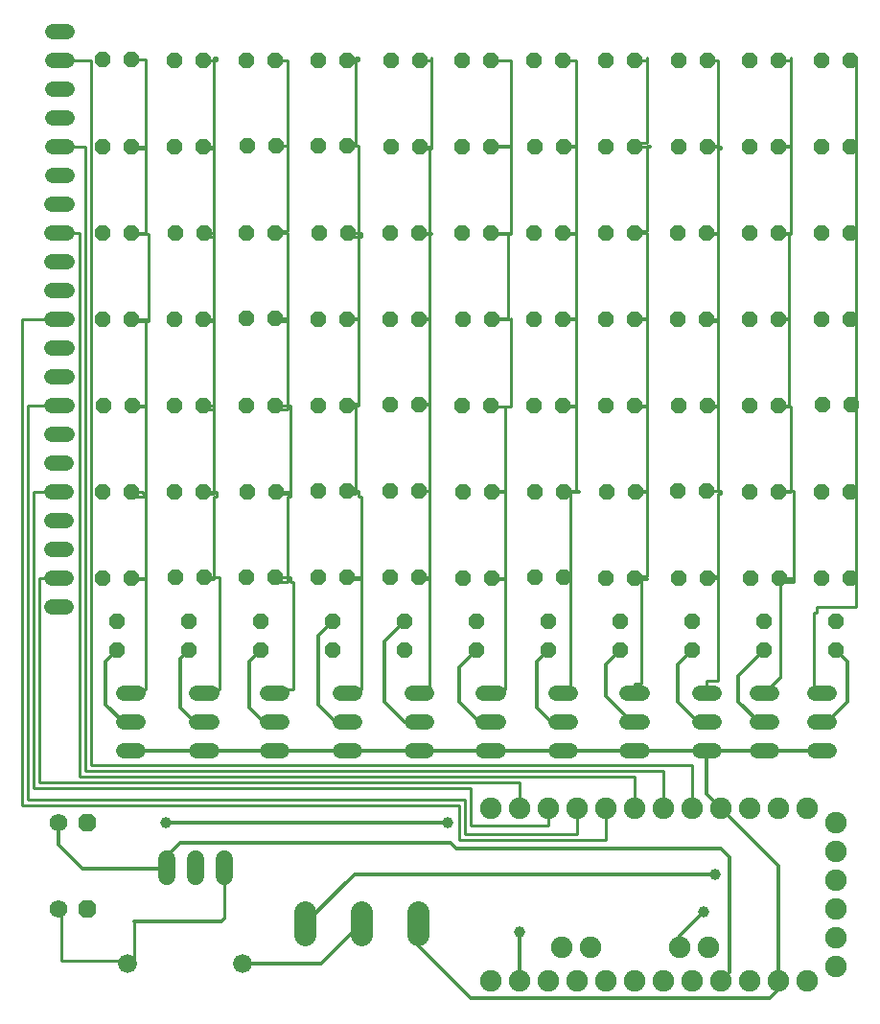
<source format=gbl>
G75*
G70*
%OFA0B0*%
%FSLAX24Y24*%
%IPPOS*%
%LPD*%
%AMOC8*
5,1,8,0,0,1.08239X$1,22.5*
%
%ADD10OC8,0.0520*%
%ADD11C,0.0520*%
%ADD12C,0.0748*%
%ADD13C,0.0600*%
%ADD14OC8,0.0620*%
%ADD15C,0.0620*%
%ADD16C,0.0660*%
%ADD17C,0.0780*%
%ADD18C,0.0100*%
%ADD19C,0.0120*%
%ADD20C,0.0396*%
D10*
X003997Y012680D03*
X003997Y013680D03*
X004493Y015173D03*
X003493Y015173D03*
X006003Y015193D03*
X007003Y015193D03*
X006497Y013680D03*
X006497Y012680D03*
X008997Y012680D03*
X008997Y013680D03*
X008497Y015195D03*
X009497Y015195D03*
X010997Y015190D03*
X011997Y015190D03*
X013487Y015190D03*
X014487Y015190D03*
X013997Y013680D03*
X013997Y012680D03*
X016007Y015185D03*
X017007Y015185D03*
X016497Y013680D03*
X016497Y012680D03*
X018997Y012680D03*
X018997Y013680D03*
X018512Y015190D03*
X019512Y015190D03*
X020992Y015180D03*
X021992Y015180D03*
X023527Y015175D03*
X024527Y015175D03*
X023997Y013680D03*
X023997Y012680D03*
X026007Y015170D03*
X027007Y015170D03*
X026497Y013680D03*
X026497Y012680D03*
X028997Y012680D03*
X028997Y013680D03*
X029487Y015175D03*
X028487Y015175D03*
X028497Y018180D03*
X029497Y018180D03*
X026997Y018180D03*
X025997Y018180D03*
X024492Y018195D03*
X023492Y018195D03*
X022007Y018185D03*
X021007Y018185D03*
X019502Y018180D03*
X018502Y018180D03*
X017002Y018175D03*
X016002Y018175D03*
X014497Y018210D03*
X013497Y018210D03*
X011992Y018195D03*
X010992Y018195D03*
X009502Y018185D03*
X008502Y018185D03*
X006991Y018165D03*
X005991Y018165D03*
X004501Y018175D03*
X003501Y018175D03*
X003504Y021182D03*
X004504Y021182D03*
X005999Y021177D03*
X006999Y021177D03*
X008487Y021175D03*
X009487Y021175D03*
X010992Y021180D03*
X011992Y021180D03*
X013497Y021190D03*
X014497Y021190D03*
X015997Y021185D03*
X016997Y021185D03*
X018492Y021185D03*
X019492Y021185D03*
X020992Y021180D03*
X021992Y021180D03*
X023507Y021180D03*
X024507Y021180D03*
X025997Y021175D03*
X026997Y021175D03*
X028502Y021190D03*
X029502Y021190D03*
X029497Y024175D03*
X028497Y024175D03*
X026992Y024180D03*
X025992Y024180D03*
X024497Y024170D03*
X023497Y024170D03*
X021997Y024180D03*
X020997Y024180D03*
X019497Y024175D03*
X018497Y024175D03*
X017007Y024175D03*
X016007Y024175D03*
X014492Y024180D03*
X013492Y024180D03*
X011997Y024180D03*
X010997Y024180D03*
X009492Y024190D03*
X008492Y024190D03*
X006992Y024174D03*
X005992Y024174D03*
X004497Y024184D03*
X003497Y024184D03*
X003495Y027176D03*
X004495Y027176D03*
X006003Y027180D03*
X007003Y027180D03*
X008497Y027180D03*
X009497Y027180D03*
X011007Y027180D03*
X012007Y027180D03*
X013497Y027180D03*
X014497Y027180D03*
X015997Y027180D03*
X016997Y027180D03*
X018497Y027180D03*
X019497Y027180D03*
X020997Y027180D03*
X021997Y027180D03*
X023497Y027180D03*
X024497Y027180D03*
X025997Y027180D03*
X026997Y027180D03*
X028497Y027180D03*
X029497Y027180D03*
X029492Y030170D03*
X028492Y030170D03*
X026997Y030175D03*
X025997Y030175D03*
X024502Y030175D03*
X023502Y030175D03*
X021997Y030175D03*
X020997Y030175D03*
X019502Y030180D03*
X018502Y030180D03*
X016992Y030170D03*
X015992Y030170D03*
X014502Y030185D03*
X013502Y030185D03*
X011992Y030195D03*
X010992Y030195D03*
X009502Y030190D03*
X008502Y030190D03*
X006997Y030180D03*
X005997Y030180D03*
X004499Y030182D03*
X003499Y030182D03*
X003492Y033189D03*
X004492Y033189D03*
X005992Y033180D03*
X006992Y033180D03*
X008497Y033180D03*
X009497Y033180D03*
X010997Y033175D03*
X011997Y033175D03*
X013502Y033180D03*
X014502Y033180D03*
X015997Y033180D03*
X016997Y033180D03*
X018497Y033180D03*
X019497Y033180D03*
X020992Y033185D03*
X021992Y033185D03*
X023502Y033175D03*
X024502Y033175D03*
X025997Y033185D03*
X026997Y033185D03*
X028492Y033175D03*
X029492Y033175D03*
X021497Y013680D03*
X021497Y012680D03*
X011497Y012680D03*
X011497Y013680D03*
D11*
X011738Y011182D02*
X012258Y011182D01*
X012258Y010182D02*
X011738Y010182D01*
X011738Y009182D02*
X012258Y009182D01*
X014243Y009186D02*
X014763Y009186D01*
X014763Y010186D02*
X014243Y010186D01*
X014243Y011186D02*
X014763Y011186D01*
X016728Y011181D02*
X017248Y011181D01*
X017248Y010181D02*
X016728Y010181D01*
X016728Y009181D02*
X017248Y009181D01*
X019243Y009185D02*
X019763Y009185D01*
X019763Y010185D02*
X019243Y010185D01*
X019243Y011185D02*
X019763Y011185D01*
X021729Y011182D02*
X022249Y011182D01*
X022249Y010182D02*
X021729Y010182D01*
X021729Y009182D02*
X022249Y009182D01*
X024239Y009177D02*
X024759Y009177D01*
X024759Y010177D02*
X024239Y010177D01*
X024239Y011177D02*
X024759Y011177D01*
X026239Y011161D02*
X026759Y011161D01*
X026759Y010161D02*
X026239Y010161D01*
X026239Y009161D02*
X026759Y009161D01*
X028237Y009180D02*
X028757Y009180D01*
X028757Y010180D02*
X028237Y010180D01*
X028237Y011180D02*
X028757Y011180D01*
X009733Y011177D02*
X009213Y011177D01*
X009213Y010177D02*
X009733Y010177D01*
X009733Y009177D02*
X009213Y009177D01*
X007283Y009181D02*
X006763Y009181D01*
X006763Y010181D02*
X007283Y010181D01*
X007283Y011181D02*
X006763Y011181D01*
X004723Y011171D02*
X004203Y011171D01*
X004203Y010171D02*
X004723Y010171D01*
X004723Y009171D02*
X004203Y009171D01*
X002234Y014181D02*
X001714Y014181D01*
X001714Y015181D02*
X002234Y015181D01*
X002234Y016181D02*
X001714Y016181D01*
X001707Y017184D02*
X002227Y017184D01*
X002227Y018184D02*
X001707Y018184D01*
X001707Y019184D02*
X002227Y019184D01*
X002255Y020181D02*
X001735Y020181D01*
X001735Y021181D02*
X002255Y021181D01*
X002255Y022181D02*
X001735Y022181D01*
X001733Y023175D02*
X002253Y023175D01*
X002253Y024175D02*
X001733Y024175D01*
X001733Y025175D02*
X002253Y025175D01*
X002245Y026176D02*
X001725Y026176D01*
X001725Y027176D02*
X002245Y027176D01*
X002245Y028176D02*
X001725Y028176D01*
X001738Y029183D02*
X002258Y029183D01*
X002258Y030183D02*
X001738Y030183D01*
X001738Y031183D02*
X002258Y031183D01*
X002266Y032185D02*
X001746Y032185D01*
X001746Y033185D02*
X002266Y033185D01*
X002266Y034185D02*
X001746Y034185D01*
D12*
X016997Y007180D03*
X017997Y007180D03*
X018997Y007180D03*
X019997Y007180D03*
X020997Y007180D03*
X021997Y007180D03*
X022997Y007180D03*
X023997Y007180D03*
X024997Y007180D03*
X025997Y007180D03*
X026997Y007180D03*
X027997Y007180D03*
X028997Y006680D03*
X028997Y005680D03*
X028997Y004680D03*
X028997Y003680D03*
X028997Y002680D03*
X028997Y001680D03*
X027997Y001180D03*
X026997Y001180D03*
X025997Y001180D03*
X024997Y001180D03*
X023997Y001180D03*
X022997Y001180D03*
X021997Y001180D03*
X020997Y001180D03*
X020447Y002330D03*
X019447Y002330D03*
X018997Y001180D03*
X017997Y001180D03*
X016997Y001180D03*
X019997Y001180D03*
X023547Y002330D03*
X024547Y002330D03*
D13*
X007707Y004805D02*
X007707Y005405D01*
X006707Y005405D02*
X006707Y004805D01*
X005707Y004805D02*
X005707Y005405D01*
D14*
X002957Y006680D03*
X002957Y003680D03*
D15*
X001957Y003680D03*
X001957Y006680D03*
D16*
X004367Y001755D03*
X008367Y001755D03*
D17*
X010527Y002780D02*
X010527Y003560D01*
X012497Y003560D02*
X012497Y002780D01*
X014467Y002780D02*
X014467Y003560D01*
D18*
X004367Y001857D02*
X002040Y001857D01*
X002040Y003680D01*
X001957Y003680D01*
X004367Y001857D02*
X004367Y001755D01*
X004600Y001755D01*
X004600Y003235D01*
X007707Y003334D02*
X007707Y005105D01*
X003097Y008680D02*
X023997Y008680D01*
X023997Y007180D01*
X022997Y007180D02*
X022997Y008480D01*
X002897Y008480D01*
X002897Y030183D01*
X001998Y030183D01*
X004499Y030182D02*
X004993Y030182D01*
X004993Y030105D01*
X004993Y027176D01*
X004993Y027152D01*
X005092Y027152D01*
X005092Y024184D01*
X005092Y024101D01*
X004993Y024101D01*
X004993Y021149D01*
X004504Y021149D01*
X004504Y021182D01*
X004993Y021182D01*
X004993Y017999D01*
X004501Y017999D01*
X004501Y018175D01*
X004895Y018175D01*
X004895Y018097D01*
X004993Y018097D01*
X004993Y015145D01*
X004493Y015145D01*
X004493Y015173D01*
X004993Y015173D01*
X004993Y011306D01*
X004463Y011306D01*
X004463Y011171D01*
X007023Y011181D02*
X007023Y011306D01*
X007552Y011306D01*
X007552Y015193D01*
X007003Y015193D01*
X007003Y015145D01*
X007355Y015145D01*
X007355Y017999D01*
X007454Y017999D01*
X007454Y018165D01*
X006991Y018165D01*
X006991Y018097D01*
X007355Y018097D01*
X007355Y021177D01*
X006999Y021177D01*
X006999Y021050D01*
X007355Y021050D01*
X007355Y024174D01*
X006992Y024174D01*
X006992Y024101D01*
X007355Y024101D01*
X007355Y027180D01*
X007003Y027180D01*
X007003Y027054D01*
X007355Y027054D01*
X007355Y030180D01*
X006997Y030180D01*
X006997Y030105D01*
X007355Y030105D01*
X007355Y033255D01*
X007454Y033255D01*
X007454Y033180D01*
X006992Y033180D01*
X004993Y033189D02*
X004993Y030182D01*
X004993Y030105D02*
X004499Y030105D01*
X004499Y030182D01*
X004495Y027176D02*
X004993Y027176D01*
X004993Y027152D02*
X004495Y027152D01*
X004495Y027176D01*
X002697Y027176D02*
X002697Y008280D01*
X021997Y008280D01*
X021997Y007180D01*
X020997Y007180D02*
X020997Y006080D01*
X015897Y006080D01*
X015897Y007280D01*
X000697Y007280D01*
X000697Y024175D01*
X001993Y024175D01*
X004497Y024184D02*
X005092Y024184D01*
X004993Y024101D02*
X004497Y024101D01*
X004497Y024184D01*
X002697Y027176D02*
X001985Y027176D01*
X001995Y021181D02*
X000897Y021181D01*
X000897Y007480D01*
X016097Y007480D01*
X016097Y006280D01*
X019997Y006280D01*
X019997Y007180D01*
X018997Y007180D02*
X018997Y006580D01*
X016297Y006580D01*
X016297Y007880D01*
X001097Y007880D01*
X001097Y018184D01*
X001967Y018184D01*
X001974Y015181D02*
X001297Y015181D01*
X001297Y008080D01*
X017997Y008080D01*
X017997Y007180D01*
X016988Y011181D02*
X016988Y011306D01*
X017493Y011306D01*
X017493Y015185D01*
X017007Y015185D01*
X017007Y015145D01*
X017493Y015145D01*
X017493Y018175D01*
X017002Y018175D01*
X017002Y018196D01*
X017493Y018196D01*
X017493Y021149D01*
X017690Y021149D01*
X017690Y024175D01*
X017690Y024200D01*
X017690Y024175D02*
X017007Y024175D01*
X017007Y024200D01*
X017592Y024200D01*
X017592Y027152D01*
X017690Y027152D01*
X017690Y027180D01*
X016997Y027180D01*
X016997Y027152D01*
X017592Y027152D01*
X017690Y027180D02*
X017690Y030170D01*
X016992Y030170D01*
X016992Y030204D01*
X017690Y030204D01*
X017690Y033180D01*
X016997Y033180D01*
X014934Y033180D02*
X014934Y030185D01*
X014934Y030105D01*
X014836Y030105D01*
X014836Y027152D01*
X014836Y024200D01*
X014836Y024180D01*
X014836Y021247D01*
X014497Y021247D01*
X014497Y021190D01*
X014836Y021190D01*
X014836Y018210D01*
X014836Y018196D01*
X014836Y015190D01*
X014836Y015145D01*
X014836Y011306D01*
X014503Y011306D01*
X014503Y011186D01*
X012474Y011306D02*
X011998Y011306D01*
X011998Y011182D01*
X012474Y011306D02*
X012474Y015190D01*
X011997Y015190D01*
X011997Y015145D01*
X012474Y015145D01*
X012474Y017999D01*
X012375Y017999D01*
X012375Y018195D01*
X011992Y018195D01*
X011992Y018097D01*
X012277Y018097D01*
X012277Y021247D01*
X012375Y021247D01*
X012375Y021180D01*
X011992Y021180D01*
X011992Y021247D01*
X012277Y021247D01*
X012375Y021247D02*
X012375Y024180D01*
X011997Y024180D01*
X011997Y024200D01*
X012375Y024200D01*
X012375Y027054D01*
X012474Y027054D01*
X012474Y027180D01*
X012007Y027180D01*
X012007Y027054D01*
X012375Y027054D01*
X012375Y030195D01*
X012375Y030204D01*
X012375Y030195D02*
X011992Y030195D01*
X011992Y030204D01*
X012277Y030204D01*
X012277Y033255D01*
X012375Y033255D01*
X012375Y033175D01*
X011997Y033175D01*
X009915Y033180D02*
X009915Y030204D01*
X009502Y030204D01*
X009502Y030190D01*
X009915Y030190D01*
X009915Y027251D01*
X009497Y027251D01*
X009497Y027180D01*
X009915Y027180D01*
X009915Y024190D01*
X009915Y024101D01*
X009915Y021050D01*
X009487Y021050D01*
X009487Y021175D01*
X010013Y021175D01*
X010013Y018097D01*
X009502Y018097D01*
X009502Y018185D01*
X010013Y018185D01*
X010013Y017999D01*
X009915Y017999D01*
X009915Y015046D01*
X009497Y015046D01*
X009497Y015195D01*
X010013Y015195D01*
X010013Y015046D01*
X010111Y015046D01*
X010111Y011306D01*
X009473Y011306D01*
X009473Y011177D01*
X014487Y015145D02*
X014487Y015190D01*
X014836Y015190D01*
X014836Y015145D02*
X014487Y015145D01*
X014497Y018196D02*
X014497Y018210D01*
X014836Y018210D01*
X014836Y018196D02*
X014497Y018196D01*
X016997Y021149D02*
X016997Y021185D01*
X017100Y021185D01*
X017100Y021149D01*
X017493Y021149D01*
X017100Y021149D02*
X016997Y021149D01*
X019492Y021149D02*
X019492Y021185D01*
X019954Y021185D01*
X019954Y021149D01*
X019954Y018196D01*
X019502Y018196D01*
X019502Y018180D01*
X020052Y018180D01*
X020052Y018196D01*
X019757Y018196D01*
X019757Y015190D01*
X019757Y015145D01*
X019757Y011306D01*
X019503Y011306D01*
X019503Y011185D01*
X021989Y011182D02*
X021989Y011503D01*
X022218Y011503D01*
X022218Y015145D01*
X022415Y015145D01*
X022415Y015180D01*
X021992Y015180D01*
X021992Y015243D01*
X022415Y015243D01*
X022415Y018185D01*
X022007Y018185D01*
X022007Y018196D01*
X022415Y018196D01*
X022415Y021180D01*
X021992Y021180D01*
X021992Y021149D01*
X022415Y021149D01*
X022415Y024180D01*
X022415Y024200D01*
X021997Y024200D01*
X021997Y024180D01*
X022415Y024180D01*
X022415Y024200D02*
X022415Y027180D01*
X021997Y027180D01*
X021997Y027251D01*
X022415Y027251D01*
X022415Y030204D01*
X022513Y030204D01*
X022513Y030175D01*
X021997Y030175D01*
X021997Y030302D01*
X022415Y030302D01*
X022415Y033185D01*
X022415Y033255D01*
X022415Y033185D02*
X021992Y033185D01*
X019954Y033180D02*
X019954Y030204D01*
X019954Y030180D01*
X019954Y027180D01*
X019954Y027152D01*
X019954Y024200D01*
X019497Y024200D01*
X019497Y024175D01*
X019954Y024175D01*
X019954Y021185D01*
X019954Y021149D02*
X019492Y021149D01*
X024507Y021149D02*
X024507Y021180D01*
X024875Y021180D01*
X024875Y021149D01*
X024875Y018196D01*
X024492Y018196D01*
X024492Y018195D01*
X024974Y018195D01*
X024974Y018097D01*
X024875Y018097D01*
X024875Y015243D01*
X024875Y015175D01*
X024875Y011601D01*
X024499Y011601D01*
X024499Y011177D01*
X027040Y011700D02*
X027040Y015145D01*
X027533Y015145D01*
X027533Y015170D01*
X027007Y015170D01*
X027007Y015046D01*
X027533Y015046D01*
X027533Y015145D01*
X027533Y015170D02*
X027533Y018196D01*
X027434Y018196D01*
X027434Y018180D01*
X026997Y018180D01*
X026997Y018196D01*
X027434Y018196D01*
X027434Y021149D01*
X027336Y021149D01*
X027336Y021175D01*
X026997Y021175D01*
X026997Y021149D01*
X027336Y021149D01*
X027336Y021175D02*
X027336Y024180D01*
X026992Y024180D01*
X026992Y024200D01*
X027336Y024200D01*
X027336Y027152D01*
X027434Y027152D01*
X027434Y027180D01*
X026997Y027180D01*
X026997Y027152D01*
X027336Y027152D01*
X027434Y027180D02*
X027434Y030175D01*
X027434Y030204D01*
X026997Y030204D01*
X026997Y030175D01*
X027434Y030175D01*
X027434Y030204D02*
X027434Y033185D01*
X027434Y033255D01*
X027434Y033185D02*
X026997Y033185D01*
X024875Y033175D02*
X024875Y030204D01*
X024502Y030204D01*
X024502Y030175D01*
X024974Y030175D01*
X024974Y030105D01*
X024875Y030105D01*
X024875Y027180D01*
X024497Y027180D01*
X024497Y027152D01*
X024875Y027152D01*
X024875Y024101D01*
X024678Y024101D01*
X024678Y024200D01*
X024497Y024200D01*
X024497Y024170D01*
X024875Y024170D01*
X024875Y021180D01*
X024875Y021149D02*
X024507Y021149D01*
X029502Y021190D02*
X029698Y021190D01*
X029698Y024200D01*
X029497Y024200D01*
X029497Y024175D01*
X029698Y024175D01*
X029698Y027251D01*
X029497Y027251D01*
X029497Y027180D01*
X029698Y027180D01*
X029698Y030204D01*
X029492Y030204D01*
X029492Y030170D01*
X029698Y030170D01*
X029698Y033156D01*
X029492Y033156D01*
X029492Y033175D01*
X024875Y033175D02*
X024502Y033175D01*
X019954Y033180D02*
X019497Y033180D01*
X019502Y030204D02*
X019502Y030180D01*
X019954Y030180D01*
X019954Y030204D02*
X019502Y030204D01*
X019497Y027180D02*
X019954Y027180D01*
X019954Y027152D02*
X019497Y027152D01*
X019497Y027180D01*
X014934Y027180D02*
X014934Y027152D01*
X014836Y027152D01*
X014497Y027152D01*
X014497Y027180D01*
X014934Y027180D01*
X014836Y024200D02*
X014492Y024200D01*
X014492Y024180D01*
X014836Y024180D01*
X009915Y024190D02*
X009492Y024190D01*
X009492Y024101D01*
X009915Y024101D01*
X014502Y030105D02*
X014502Y030185D01*
X014934Y030185D01*
X014836Y030105D02*
X014502Y030105D01*
X014502Y033180D02*
X014934Y033180D01*
X014934Y033255D01*
X009915Y033180D02*
X009497Y033180D01*
X004993Y033189D02*
X004492Y033189D01*
X003097Y033185D02*
X003097Y008680D01*
X019512Y015145D02*
X019512Y015190D01*
X019757Y015190D01*
X019757Y015145D02*
X019512Y015145D01*
X024527Y015175D02*
X024875Y015175D01*
X024875Y015243D02*
X024527Y015243D01*
X024527Y015175D01*
X028222Y013963D02*
X028222Y011180D01*
X028497Y011180D01*
X028320Y013963D02*
X028320Y014160D01*
X029698Y014160D01*
X029698Y015243D01*
X029487Y015243D01*
X029487Y015175D01*
X029698Y015175D01*
X029698Y018196D01*
X029497Y018196D01*
X029497Y018180D01*
X029698Y018180D01*
X029698Y021247D01*
X029502Y021247D01*
X029502Y021190D01*
X024875Y027152D02*
X024875Y027180D01*
X028222Y013963D02*
X028320Y013963D01*
X003097Y033185D02*
X002006Y033185D01*
D19*
X011497Y013680D02*
X010997Y013180D01*
X010997Y010780D01*
X011595Y010182D01*
X011998Y010182D01*
X011998Y009182D02*
X014498Y009182D01*
X014503Y009186D01*
X016982Y009186D01*
X016988Y009181D01*
X019498Y009181D01*
X019503Y009185D01*
X021986Y009185D01*
X021989Y009182D01*
X024494Y009182D01*
X024499Y009177D01*
X024499Y007678D01*
X024997Y007180D01*
X026997Y005180D01*
X026997Y001180D01*
X026997Y000880D01*
X026697Y000580D01*
X016297Y000580D01*
X014497Y002380D01*
X014497Y003140D01*
X014467Y003170D01*
X012497Y003170D02*
X011082Y001755D01*
X008367Y001755D01*
X007609Y003235D02*
X007707Y003334D01*
X007609Y003235D02*
X004600Y003235D01*
X005682Y005080D02*
X005707Y005105D01*
X005707Y005490D01*
X006197Y005980D01*
X015597Y005980D01*
X015797Y005780D01*
X024997Y005780D01*
X025297Y005480D01*
X025297Y001480D01*
X024997Y001180D01*
X023547Y002330D02*
X023547Y002730D01*
X024397Y003580D01*
X024797Y004880D02*
X012237Y004880D01*
X010527Y003170D01*
X005682Y005080D02*
X002797Y005080D01*
X001957Y005920D01*
X001957Y006680D01*
X004463Y009171D02*
X007013Y009171D01*
X007023Y009181D01*
X009469Y009181D01*
X009473Y009177D01*
X011993Y009177D01*
X011998Y009182D01*
X013297Y010880D02*
X013297Y012980D01*
X013997Y013680D01*
X015897Y012080D02*
X016497Y012680D01*
X015897Y012080D02*
X015897Y010880D01*
X016596Y010181D01*
X016988Y010181D01*
X018597Y010680D02*
X018597Y012280D01*
X018997Y012680D01*
X018597Y010680D02*
X019092Y010185D01*
X019503Y010185D01*
X020997Y011080D02*
X020997Y012180D01*
X021497Y012680D01*
X020997Y011080D02*
X021895Y010182D01*
X021989Y010182D01*
X023497Y010880D02*
X023497Y012180D01*
X023997Y012680D01*
X025597Y011780D02*
X025597Y010880D01*
X026316Y010161D01*
X026499Y010161D01*
X026484Y009177D02*
X026499Y009161D01*
X028479Y009161D01*
X028497Y009180D01*
X028497Y010180D02*
X028697Y010180D01*
X029397Y010880D01*
X029397Y012280D01*
X028997Y012680D01*
X027040Y011700D02*
X026502Y011161D01*
X026499Y011161D01*
X025597Y011780D02*
X026497Y012680D01*
X024499Y010177D02*
X024200Y010177D01*
X023497Y010880D01*
X024499Y009177D02*
X026484Y009177D01*
X017997Y002880D02*
X017997Y001180D01*
X015497Y006680D02*
X005697Y006680D01*
X006696Y010181D02*
X006197Y010680D01*
X006197Y012380D01*
X006497Y012680D01*
X008597Y012280D02*
X008597Y010680D01*
X009100Y010177D01*
X009473Y010177D01*
X008597Y012280D02*
X008997Y012680D01*
X007023Y010181D02*
X006696Y010181D01*
X004463Y010171D02*
X004206Y010171D01*
X003597Y010780D01*
X003597Y012280D01*
X003997Y012680D01*
X013297Y010880D02*
X013991Y010186D01*
X014503Y010186D01*
X029492Y033175D02*
X029497Y033175D01*
X029497Y033180D01*
D20*
X015497Y006680D03*
X017997Y002880D03*
X024397Y003580D03*
X024797Y004880D03*
X005697Y006680D03*
M02*

</source>
